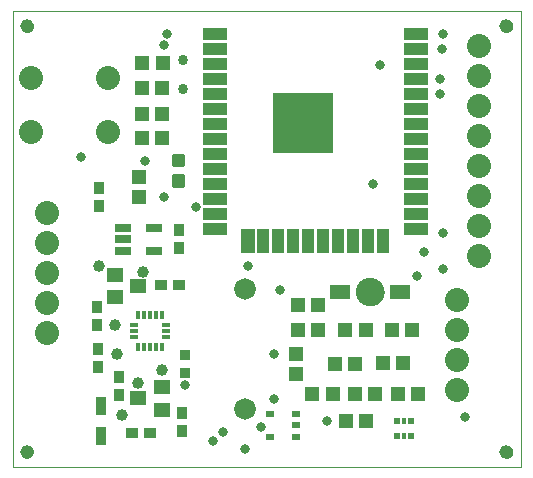
<source format=gts>
G75*
%MOIN*%
%OFA0B0*%
%FSLAX25Y25*%
%IPPOS*%
%LPD*%
%AMOC8*
5,1,8,0,0,1.08239X$1,22.5*
%
%ADD10C,0.00000*%
%ADD11C,0.04537*%
%ADD12R,0.04931X0.04537*%
%ADD13R,0.08474X0.04143*%
%ADD14R,0.04537X0.08474*%
%ADD15R,0.04143X0.08474*%
%ADD16R,0.20285X0.20285*%
%ADD17C,0.08000*%
%ADD18R,0.04537X0.04931*%
%ADD19C,0.07200*%
%ADD20R,0.02175X0.02175*%
%ADD21R,0.01387X0.02175*%
%ADD22R,0.02900X0.02300*%
%ADD23C,0.09458*%
%ADD24R,0.06506X0.04537*%
%ADD25R,0.01584X0.02569*%
%ADD26R,0.02569X0.01584*%
%ADD27R,0.03750X0.03750*%
%ADD28R,0.03750X0.04143*%
%ADD29R,0.03750X0.05915*%
%ADD30R,0.04143X0.03750*%
%ADD31R,0.05324X0.04537*%
%ADD32R,0.05324X0.02765*%
%ADD33C,0.01769*%
%ADD34C,0.03300*%
%ADD35C,0.03969*%
%ADD36C,0.03378*%
D10*
X0001006Y0001006D02*
X0001006Y0152778D01*
X0170298Y0152778D01*
X0170298Y0001006D01*
X0001006Y0001006D01*
X0003762Y0005928D02*
X0003764Y0006016D01*
X0003770Y0006104D01*
X0003780Y0006192D01*
X0003794Y0006280D01*
X0003811Y0006366D01*
X0003833Y0006452D01*
X0003858Y0006536D01*
X0003888Y0006620D01*
X0003920Y0006702D01*
X0003957Y0006782D01*
X0003997Y0006861D01*
X0004041Y0006938D01*
X0004088Y0007013D01*
X0004138Y0007085D01*
X0004192Y0007156D01*
X0004248Y0007223D01*
X0004308Y0007289D01*
X0004370Y0007351D01*
X0004436Y0007411D01*
X0004503Y0007467D01*
X0004574Y0007521D01*
X0004646Y0007571D01*
X0004721Y0007618D01*
X0004798Y0007662D01*
X0004877Y0007702D01*
X0004957Y0007739D01*
X0005039Y0007771D01*
X0005123Y0007801D01*
X0005207Y0007826D01*
X0005293Y0007848D01*
X0005379Y0007865D01*
X0005467Y0007879D01*
X0005555Y0007889D01*
X0005643Y0007895D01*
X0005731Y0007897D01*
X0005819Y0007895D01*
X0005907Y0007889D01*
X0005995Y0007879D01*
X0006083Y0007865D01*
X0006169Y0007848D01*
X0006255Y0007826D01*
X0006339Y0007801D01*
X0006423Y0007771D01*
X0006505Y0007739D01*
X0006585Y0007702D01*
X0006664Y0007662D01*
X0006741Y0007618D01*
X0006816Y0007571D01*
X0006888Y0007521D01*
X0006959Y0007467D01*
X0007026Y0007411D01*
X0007092Y0007351D01*
X0007154Y0007289D01*
X0007214Y0007223D01*
X0007270Y0007156D01*
X0007324Y0007085D01*
X0007374Y0007013D01*
X0007421Y0006938D01*
X0007465Y0006861D01*
X0007505Y0006782D01*
X0007542Y0006702D01*
X0007574Y0006620D01*
X0007604Y0006536D01*
X0007629Y0006452D01*
X0007651Y0006366D01*
X0007668Y0006280D01*
X0007682Y0006192D01*
X0007692Y0006104D01*
X0007698Y0006016D01*
X0007700Y0005928D01*
X0007698Y0005840D01*
X0007692Y0005752D01*
X0007682Y0005664D01*
X0007668Y0005576D01*
X0007651Y0005490D01*
X0007629Y0005404D01*
X0007604Y0005320D01*
X0007574Y0005236D01*
X0007542Y0005154D01*
X0007505Y0005074D01*
X0007465Y0004995D01*
X0007421Y0004918D01*
X0007374Y0004843D01*
X0007324Y0004771D01*
X0007270Y0004700D01*
X0007214Y0004633D01*
X0007154Y0004567D01*
X0007092Y0004505D01*
X0007026Y0004445D01*
X0006959Y0004389D01*
X0006888Y0004335D01*
X0006816Y0004285D01*
X0006741Y0004238D01*
X0006664Y0004194D01*
X0006585Y0004154D01*
X0006505Y0004117D01*
X0006423Y0004085D01*
X0006339Y0004055D01*
X0006255Y0004030D01*
X0006169Y0004008D01*
X0006083Y0003991D01*
X0005995Y0003977D01*
X0005907Y0003967D01*
X0005819Y0003961D01*
X0005731Y0003959D01*
X0005643Y0003961D01*
X0005555Y0003967D01*
X0005467Y0003977D01*
X0005379Y0003991D01*
X0005293Y0004008D01*
X0005207Y0004030D01*
X0005123Y0004055D01*
X0005039Y0004085D01*
X0004957Y0004117D01*
X0004877Y0004154D01*
X0004798Y0004194D01*
X0004721Y0004238D01*
X0004646Y0004285D01*
X0004574Y0004335D01*
X0004503Y0004389D01*
X0004436Y0004445D01*
X0004370Y0004505D01*
X0004308Y0004567D01*
X0004248Y0004633D01*
X0004192Y0004700D01*
X0004138Y0004771D01*
X0004088Y0004843D01*
X0004041Y0004918D01*
X0003997Y0004995D01*
X0003957Y0005074D01*
X0003920Y0005154D01*
X0003888Y0005236D01*
X0003858Y0005320D01*
X0003833Y0005404D01*
X0003811Y0005490D01*
X0003794Y0005576D01*
X0003780Y0005664D01*
X0003770Y0005752D01*
X0003764Y0005840D01*
X0003762Y0005928D01*
X0115769Y0059273D02*
X0115771Y0059405D01*
X0115777Y0059538D01*
X0115787Y0059670D01*
X0115801Y0059802D01*
X0115818Y0059933D01*
X0115840Y0060064D01*
X0115866Y0060194D01*
X0115895Y0060323D01*
X0115929Y0060451D01*
X0115966Y0060578D01*
X0116007Y0060704D01*
X0116051Y0060829D01*
X0116100Y0060953D01*
X0116152Y0061074D01*
X0116208Y0061195D01*
X0116267Y0061313D01*
X0116330Y0061430D01*
X0116396Y0061545D01*
X0116466Y0061657D01*
X0116539Y0061768D01*
X0116615Y0061876D01*
X0116694Y0061982D01*
X0116777Y0062086D01*
X0116863Y0062187D01*
X0116951Y0062285D01*
X0117043Y0062381D01*
X0117137Y0062474D01*
X0117234Y0062564D01*
X0117334Y0062652D01*
X0117437Y0062736D01*
X0117541Y0062817D01*
X0117649Y0062895D01*
X0117758Y0062969D01*
X0117870Y0063041D01*
X0117984Y0063109D01*
X0118099Y0063173D01*
X0118217Y0063234D01*
X0118336Y0063292D01*
X0118457Y0063346D01*
X0118580Y0063396D01*
X0118704Y0063442D01*
X0118829Y0063485D01*
X0118956Y0063524D01*
X0119084Y0063560D01*
X0119212Y0063591D01*
X0119342Y0063619D01*
X0119472Y0063642D01*
X0119603Y0063662D01*
X0119735Y0063678D01*
X0119867Y0063690D01*
X0119999Y0063698D01*
X0120132Y0063702D01*
X0120264Y0063702D01*
X0120397Y0063698D01*
X0120529Y0063690D01*
X0120661Y0063678D01*
X0120793Y0063662D01*
X0120924Y0063642D01*
X0121054Y0063619D01*
X0121184Y0063591D01*
X0121312Y0063560D01*
X0121440Y0063524D01*
X0121567Y0063485D01*
X0121692Y0063442D01*
X0121816Y0063396D01*
X0121939Y0063346D01*
X0122060Y0063292D01*
X0122179Y0063234D01*
X0122297Y0063173D01*
X0122413Y0063109D01*
X0122526Y0063041D01*
X0122638Y0062969D01*
X0122747Y0062895D01*
X0122855Y0062817D01*
X0122959Y0062736D01*
X0123062Y0062652D01*
X0123162Y0062564D01*
X0123259Y0062474D01*
X0123353Y0062381D01*
X0123445Y0062285D01*
X0123533Y0062187D01*
X0123619Y0062086D01*
X0123702Y0061982D01*
X0123781Y0061876D01*
X0123857Y0061768D01*
X0123930Y0061657D01*
X0124000Y0061545D01*
X0124066Y0061430D01*
X0124129Y0061313D01*
X0124188Y0061195D01*
X0124244Y0061074D01*
X0124296Y0060953D01*
X0124345Y0060829D01*
X0124389Y0060704D01*
X0124430Y0060578D01*
X0124467Y0060451D01*
X0124501Y0060323D01*
X0124530Y0060194D01*
X0124556Y0060064D01*
X0124578Y0059933D01*
X0124595Y0059802D01*
X0124609Y0059670D01*
X0124619Y0059538D01*
X0124625Y0059405D01*
X0124627Y0059273D01*
X0124625Y0059141D01*
X0124619Y0059008D01*
X0124609Y0058876D01*
X0124595Y0058744D01*
X0124578Y0058613D01*
X0124556Y0058482D01*
X0124530Y0058352D01*
X0124501Y0058223D01*
X0124467Y0058095D01*
X0124430Y0057968D01*
X0124389Y0057842D01*
X0124345Y0057717D01*
X0124296Y0057593D01*
X0124244Y0057472D01*
X0124188Y0057351D01*
X0124129Y0057233D01*
X0124066Y0057116D01*
X0124000Y0057001D01*
X0123930Y0056889D01*
X0123857Y0056778D01*
X0123781Y0056670D01*
X0123702Y0056564D01*
X0123619Y0056460D01*
X0123533Y0056359D01*
X0123445Y0056261D01*
X0123353Y0056165D01*
X0123259Y0056072D01*
X0123162Y0055982D01*
X0123062Y0055894D01*
X0122959Y0055810D01*
X0122855Y0055729D01*
X0122747Y0055651D01*
X0122638Y0055577D01*
X0122526Y0055505D01*
X0122412Y0055437D01*
X0122297Y0055373D01*
X0122179Y0055312D01*
X0122060Y0055254D01*
X0121939Y0055200D01*
X0121816Y0055150D01*
X0121692Y0055104D01*
X0121567Y0055061D01*
X0121440Y0055022D01*
X0121312Y0054986D01*
X0121184Y0054955D01*
X0121054Y0054927D01*
X0120924Y0054904D01*
X0120793Y0054884D01*
X0120661Y0054868D01*
X0120529Y0054856D01*
X0120397Y0054848D01*
X0120264Y0054844D01*
X0120132Y0054844D01*
X0119999Y0054848D01*
X0119867Y0054856D01*
X0119735Y0054868D01*
X0119603Y0054884D01*
X0119472Y0054904D01*
X0119342Y0054927D01*
X0119212Y0054955D01*
X0119084Y0054986D01*
X0118956Y0055022D01*
X0118829Y0055061D01*
X0118704Y0055104D01*
X0118580Y0055150D01*
X0118457Y0055200D01*
X0118336Y0055254D01*
X0118217Y0055312D01*
X0118099Y0055373D01*
X0117983Y0055437D01*
X0117870Y0055505D01*
X0117758Y0055577D01*
X0117649Y0055651D01*
X0117541Y0055729D01*
X0117437Y0055810D01*
X0117334Y0055894D01*
X0117234Y0055982D01*
X0117137Y0056072D01*
X0117043Y0056165D01*
X0116951Y0056261D01*
X0116863Y0056359D01*
X0116777Y0056460D01*
X0116694Y0056564D01*
X0116615Y0056670D01*
X0116539Y0056778D01*
X0116466Y0056889D01*
X0116396Y0057001D01*
X0116330Y0057116D01*
X0116267Y0057233D01*
X0116208Y0057351D01*
X0116152Y0057472D01*
X0116100Y0057593D01*
X0116051Y0057717D01*
X0116007Y0057842D01*
X0115966Y0057968D01*
X0115929Y0058095D01*
X0115895Y0058223D01*
X0115866Y0058352D01*
X0115840Y0058482D01*
X0115818Y0058613D01*
X0115801Y0058744D01*
X0115787Y0058876D01*
X0115777Y0059008D01*
X0115771Y0059141D01*
X0115769Y0059273D01*
X0163604Y0005928D02*
X0163606Y0006016D01*
X0163612Y0006104D01*
X0163622Y0006192D01*
X0163636Y0006280D01*
X0163653Y0006366D01*
X0163675Y0006452D01*
X0163700Y0006536D01*
X0163730Y0006620D01*
X0163762Y0006702D01*
X0163799Y0006782D01*
X0163839Y0006861D01*
X0163883Y0006938D01*
X0163930Y0007013D01*
X0163980Y0007085D01*
X0164034Y0007156D01*
X0164090Y0007223D01*
X0164150Y0007289D01*
X0164212Y0007351D01*
X0164278Y0007411D01*
X0164345Y0007467D01*
X0164416Y0007521D01*
X0164488Y0007571D01*
X0164563Y0007618D01*
X0164640Y0007662D01*
X0164719Y0007702D01*
X0164799Y0007739D01*
X0164881Y0007771D01*
X0164965Y0007801D01*
X0165049Y0007826D01*
X0165135Y0007848D01*
X0165221Y0007865D01*
X0165309Y0007879D01*
X0165397Y0007889D01*
X0165485Y0007895D01*
X0165573Y0007897D01*
X0165661Y0007895D01*
X0165749Y0007889D01*
X0165837Y0007879D01*
X0165925Y0007865D01*
X0166011Y0007848D01*
X0166097Y0007826D01*
X0166181Y0007801D01*
X0166265Y0007771D01*
X0166347Y0007739D01*
X0166427Y0007702D01*
X0166506Y0007662D01*
X0166583Y0007618D01*
X0166658Y0007571D01*
X0166730Y0007521D01*
X0166801Y0007467D01*
X0166868Y0007411D01*
X0166934Y0007351D01*
X0166996Y0007289D01*
X0167056Y0007223D01*
X0167112Y0007156D01*
X0167166Y0007085D01*
X0167216Y0007013D01*
X0167263Y0006938D01*
X0167307Y0006861D01*
X0167347Y0006782D01*
X0167384Y0006702D01*
X0167416Y0006620D01*
X0167446Y0006536D01*
X0167471Y0006452D01*
X0167493Y0006366D01*
X0167510Y0006280D01*
X0167524Y0006192D01*
X0167534Y0006104D01*
X0167540Y0006016D01*
X0167542Y0005928D01*
X0167540Y0005840D01*
X0167534Y0005752D01*
X0167524Y0005664D01*
X0167510Y0005576D01*
X0167493Y0005490D01*
X0167471Y0005404D01*
X0167446Y0005320D01*
X0167416Y0005236D01*
X0167384Y0005154D01*
X0167347Y0005074D01*
X0167307Y0004995D01*
X0167263Y0004918D01*
X0167216Y0004843D01*
X0167166Y0004771D01*
X0167112Y0004700D01*
X0167056Y0004633D01*
X0166996Y0004567D01*
X0166934Y0004505D01*
X0166868Y0004445D01*
X0166801Y0004389D01*
X0166730Y0004335D01*
X0166658Y0004285D01*
X0166583Y0004238D01*
X0166506Y0004194D01*
X0166427Y0004154D01*
X0166347Y0004117D01*
X0166265Y0004085D01*
X0166181Y0004055D01*
X0166097Y0004030D01*
X0166011Y0004008D01*
X0165925Y0003991D01*
X0165837Y0003977D01*
X0165749Y0003967D01*
X0165661Y0003961D01*
X0165573Y0003959D01*
X0165485Y0003961D01*
X0165397Y0003967D01*
X0165309Y0003977D01*
X0165221Y0003991D01*
X0165135Y0004008D01*
X0165049Y0004030D01*
X0164965Y0004055D01*
X0164881Y0004085D01*
X0164799Y0004117D01*
X0164719Y0004154D01*
X0164640Y0004194D01*
X0164563Y0004238D01*
X0164488Y0004285D01*
X0164416Y0004335D01*
X0164345Y0004389D01*
X0164278Y0004445D01*
X0164212Y0004505D01*
X0164150Y0004567D01*
X0164090Y0004633D01*
X0164034Y0004700D01*
X0163980Y0004771D01*
X0163930Y0004843D01*
X0163883Y0004918D01*
X0163839Y0004995D01*
X0163799Y0005074D01*
X0163762Y0005154D01*
X0163730Y0005236D01*
X0163700Y0005320D01*
X0163675Y0005404D01*
X0163653Y0005490D01*
X0163636Y0005576D01*
X0163622Y0005664D01*
X0163612Y0005752D01*
X0163606Y0005840D01*
X0163604Y0005928D01*
X0163604Y0147857D02*
X0163606Y0147945D01*
X0163612Y0148033D01*
X0163622Y0148121D01*
X0163636Y0148209D01*
X0163653Y0148295D01*
X0163675Y0148381D01*
X0163700Y0148465D01*
X0163730Y0148549D01*
X0163762Y0148631D01*
X0163799Y0148711D01*
X0163839Y0148790D01*
X0163883Y0148867D01*
X0163930Y0148942D01*
X0163980Y0149014D01*
X0164034Y0149085D01*
X0164090Y0149152D01*
X0164150Y0149218D01*
X0164212Y0149280D01*
X0164278Y0149340D01*
X0164345Y0149396D01*
X0164416Y0149450D01*
X0164488Y0149500D01*
X0164563Y0149547D01*
X0164640Y0149591D01*
X0164719Y0149631D01*
X0164799Y0149668D01*
X0164881Y0149700D01*
X0164965Y0149730D01*
X0165049Y0149755D01*
X0165135Y0149777D01*
X0165221Y0149794D01*
X0165309Y0149808D01*
X0165397Y0149818D01*
X0165485Y0149824D01*
X0165573Y0149826D01*
X0165661Y0149824D01*
X0165749Y0149818D01*
X0165837Y0149808D01*
X0165925Y0149794D01*
X0166011Y0149777D01*
X0166097Y0149755D01*
X0166181Y0149730D01*
X0166265Y0149700D01*
X0166347Y0149668D01*
X0166427Y0149631D01*
X0166506Y0149591D01*
X0166583Y0149547D01*
X0166658Y0149500D01*
X0166730Y0149450D01*
X0166801Y0149396D01*
X0166868Y0149340D01*
X0166934Y0149280D01*
X0166996Y0149218D01*
X0167056Y0149152D01*
X0167112Y0149085D01*
X0167166Y0149014D01*
X0167216Y0148942D01*
X0167263Y0148867D01*
X0167307Y0148790D01*
X0167347Y0148711D01*
X0167384Y0148631D01*
X0167416Y0148549D01*
X0167446Y0148465D01*
X0167471Y0148381D01*
X0167493Y0148295D01*
X0167510Y0148209D01*
X0167524Y0148121D01*
X0167534Y0148033D01*
X0167540Y0147945D01*
X0167542Y0147857D01*
X0167540Y0147769D01*
X0167534Y0147681D01*
X0167524Y0147593D01*
X0167510Y0147505D01*
X0167493Y0147419D01*
X0167471Y0147333D01*
X0167446Y0147249D01*
X0167416Y0147165D01*
X0167384Y0147083D01*
X0167347Y0147003D01*
X0167307Y0146924D01*
X0167263Y0146847D01*
X0167216Y0146772D01*
X0167166Y0146700D01*
X0167112Y0146629D01*
X0167056Y0146562D01*
X0166996Y0146496D01*
X0166934Y0146434D01*
X0166868Y0146374D01*
X0166801Y0146318D01*
X0166730Y0146264D01*
X0166658Y0146214D01*
X0166583Y0146167D01*
X0166506Y0146123D01*
X0166427Y0146083D01*
X0166347Y0146046D01*
X0166265Y0146014D01*
X0166181Y0145984D01*
X0166097Y0145959D01*
X0166011Y0145937D01*
X0165925Y0145920D01*
X0165837Y0145906D01*
X0165749Y0145896D01*
X0165661Y0145890D01*
X0165573Y0145888D01*
X0165485Y0145890D01*
X0165397Y0145896D01*
X0165309Y0145906D01*
X0165221Y0145920D01*
X0165135Y0145937D01*
X0165049Y0145959D01*
X0164965Y0145984D01*
X0164881Y0146014D01*
X0164799Y0146046D01*
X0164719Y0146083D01*
X0164640Y0146123D01*
X0164563Y0146167D01*
X0164488Y0146214D01*
X0164416Y0146264D01*
X0164345Y0146318D01*
X0164278Y0146374D01*
X0164212Y0146434D01*
X0164150Y0146496D01*
X0164090Y0146562D01*
X0164034Y0146629D01*
X0163980Y0146700D01*
X0163930Y0146772D01*
X0163883Y0146847D01*
X0163839Y0146924D01*
X0163799Y0147003D01*
X0163762Y0147083D01*
X0163730Y0147165D01*
X0163700Y0147249D01*
X0163675Y0147333D01*
X0163653Y0147419D01*
X0163636Y0147505D01*
X0163622Y0147593D01*
X0163612Y0147681D01*
X0163606Y0147769D01*
X0163604Y0147857D01*
X0003762Y0147857D02*
X0003764Y0147945D01*
X0003770Y0148033D01*
X0003780Y0148121D01*
X0003794Y0148209D01*
X0003811Y0148295D01*
X0003833Y0148381D01*
X0003858Y0148465D01*
X0003888Y0148549D01*
X0003920Y0148631D01*
X0003957Y0148711D01*
X0003997Y0148790D01*
X0004041Y0148867D01*
X0004088Y0148942D01*
X0004138Y0149014D01*
X0004192Y0149085D01*
X0004248Y0149152D01*
X0004308Y0149218D01*
X0004370Y0149280D01*
X0004436Y0149340D01*
X0004503Y0149396D01*
X0004574Y0149450D01*
X0004646Y0149500D01*
X0004721Y0149547D01*
X0004798Y0149591D01*
X0004877Y0149631D01*
X0004957Y0149668D01*
X0005039Y0149700D01*
X0005123Y0149730D01*
X0005207Y0149755D01*
X0005293Y0149777D01*
X0005379Y0149794D01*
X0005467Y0149808D01*
X0005555Y0149818D01*
X0005643Y0149824D01*
X0005731Y0149826D01*
X0005819Y0149824D01*
X0005907Y0149818D01*
X0005995Y0149808D01*
X0006083Y0149794D01*
X0006169Y0149777D01*
X0006255Y0149755D01*
X0006339Y0149730D01*
X0006423Y0149700D01*
X0006505Y0149668D01*
X0006585Y0149631D01*
X0006664Y0149591D01*
X0006741Y0149547D01*
X0006816Y0149500D01*
X0006888Y0149450D01*
X0006959Y0149396D01*
X0007026Y0149340D01*
X0007092Y0149280D01*
X0007154Y0149218D01*
X0007214Y0149152D01*
X0007270Y0149085D01*
X0007324Y0149014D01*
X0007374Y0148942D01*
X0007421Y0148867D01*
X0007465Y0148790D01*
X0007505Y0148711D01*
X0007542Y0148631D01*
X0007574Y0148549D01*
X0007604Y0148465D01*
X0007629Y0148381D01*
X0007651Y0148295D01*
X0007668Y0148209D01*
X0007682Y0148121D01*
X0007692Y0148033D01*
X0007698Y0147945D01*
X0007700Y0147857D01*
X0007698Y0147769D01*
X0007692Y0147681D01*
X0007682Y0147593D01*
X0007668Y0147505D01*
X0007651Y0147419D01*
X0007629Y0147333D01*
X0007604Y0147249D01*
X0007574Y0147165D01*
X0007542Y0147083D01*
X0007505Y0147003D01*
X0007465Y0146924D01*
X0007421Y0146847D01*
X0007374Y0146772D01*
X0007324Y0146700D01*
X0007270Y0146629D01*
X0007214Y0146562D01*
X0007154Y0146496D01*
X0007092Y0146434D01*
X0007026Y0146374D01*
X0006959Y0146318D01*
X0006888Y0146264D01*
X0006816Y0146214D01*
X0006741Y0146167D01*
X0006664Y0146123D01*
X0006585Y0146083D01*
X0006505Y0146046D01*
X0006423Y0146014D01*
X0006339Y0145984D01*
X0006255Y0145959D01*
X0006169Y0145937D01*
X0006083Y0145920D01*
X0005995Y0145906D01*
X0005907Y0145896D01*
X0005819Y0145890D01*
X0005731Y0145888D01*
X0005643Y0145890D01*
X0005555Y0145896D01*
X0005467Y0145906D01*
X0005379Y0145920D01*
X0005293Y0145937D01*
X0005207Y0145959D01*
X0005123Y0145984D01*
X0005039Y0146014D01*
X0004957Y0146046D01*
X0004877Y0146083D01*
X0004798Y0146123D01*
X0004721Y0146167D01*
X0004646Y0146214D01*
X0004574Y0146264D01*
X0004503Y0146318D01*
X0004436Y0146374D01*
X0004370Y0146434D01*
X0004308Y0146496D01*
X0004248Y0146562D01*
X0004192Y0146629D01*
X0004138Y0146700D01*
X0004088Y0146772D01*
X0004041Y0146847D01*
X0003997Y0146924D01*
X0003957Y0147003D01*
X0003920Y0147083D01*
X0003888Y0147165D01*
X0003858Y0147249D01*
X0003833Y0147333D01*
X0003811Y0147419D01*
X0003794Y0147505D01*
X0003780Y0147593D01*
X0003770Y0147681D01*
X0003764Y0147769D01*
X0003762Y0147857D01*
D11*
X0005731Y0147857D03*
X0005731Y0005928D03*
X0165573Y0005928D03*
X0165573Y0147857D03*
D12*
X0102750Y0054791D03*
X0096057Y0054791D03*
X0096083Y0046704D03*
X0102776Y0046704D03*
X0111920Y0046667D03*
X0118613Y0046667D03*
X0127420Y0046667D03*
X0134113Y0046667D03*
X0131101Y0035435D03*
X0124408Y0035435D03*
X0115050Y0035335D03*
X0108357Y0035335D03*
X0107606Y0025217D03*
X0100913Y0025217D03*
X0111957Y0016291D03*
X0118650Y0016291D03*
X0121713Y0025217D03*
X0115020Y0025217D03*
X0129526Y0025217D03*
X0136219Y0025217D03*
X0050770Y0110479D03*
X0044077Y0110479D03*
X0044105Y0118601D03*
X0050798Y0118601D03*
X0050719Y0127313D03*
X0044026Y0127313D03*
X0044246Y0135672D03*
X0050939Y0135672D03*
D13*
X0068380Y0135187D03*
X0068380Y0130187D03*
X0068380Y0125187D03*
X0068380Y0120187D03*
X0068380Y0115187D03*
X0068380Y0110187D03*
X0068380Y0105187D03*
X0068380Y0100187D03*
X0068380Y0095187D03*
X0068380Y0090187D03*
X0068380Y0085187D03*
X0068380Y0080187D03*
X0068380Y0140187D03*
X0068380Y0145187D03*
X0135309Y0145187D03*
X0135309Y0140187D03*
X0135309Y0135187D03*
X0135309Y0130187D03*
X0135309Y0125187D03*
X0135309Y0120187D03*
X0135309Y0115187D03*
X0135309Y0110187D03*
X0135309Y0105187D03*
X0135309Y0100187D03*
X0135309Y0095187D03*
X0135309Y0090187D03*
X0135309Y0085187D03*
X0135309Y0080187D03*
D14*
X0079345Y0076250D03*
D15*
X0084345Y0076250D03*
X0089345Y0076250D03*
X0094345Y0076250D03*
X0099345Y0076250D03*
X0104345Y0076250D03*
X0109345Y0076250D03*
X0114345Y0076250D03*
X0119345Y0076250D03*
X0124345Y0076250D03*
D16*
X0097908Y0115660D03*
D17*
X0149235Y0056400D03*
X0149235Y0046400D03*
X0149235Y0036400D03*
X0149235Y0026400D03*
X0156321Y0071282D03*
X0156321Y0081282D03*
X0156321Y0091282D03*
X0156321Y0101282D03*
X0156321Y0111282D03*
X0156321Y0121282D03*
X0156321Y0131282D03*
X0156321Y0141282D03*
X0032704Y0130379D03*
X0032704Y0112579D03*
X0007104Y0112579D03*
X0007104Y0130379D03*
X0012424Y0085652D03*
X0012424Y0075652D03*
X0012424Y0065652D03*
X0012424Y0055652D03*
X0012424Y0045652D03*
D18*
X0043132Y0090967D03*
X0043132Y0097660D03*
X0095503Y0038538D03*
X0095503Y0031845D03*
D19*
X0078303Y0020091D03*
X0078303Y0060091D03*
D20*
X0128941Y0016350D03*
X0128941Y0011232D03*
X0133665Y0011232D03*
X0133665Y0016350D03*
D21*
X0131303Y0016350D03*
X0131303Y0011232D03*
D22*
X0095453Y0011041D03*
X0095453Y0014741D03*
X0095453Y0018541D03*
X0086753Y0018541D03*
X0086753Y0011041D03*
D23*
X0120198Y0059273D03*
D24*
X0130139Y0059273D03*
X0110257Y0059273D03*
D25*
X0050798Y0051557D03*
X0048829Y0051557D03*
X0046861Y0051557D03*
X0044892Y0051557D03*
X0042924Y0051557D03*
X0042924Y0040928D03*
X0044892Y0040928D03*
X0046861Y0040928D03*
X0048829Y0040928D03*
X0050798Y0040928D03*
D26*
X0052176Y0044274D03*
X0052176Y0046243D03*
X0052176Y0048211D03*
X0041546Y0048211D03*
X0041546Y0046243D03*
X0041546Y0044274D03*
D27*
X0058361Y0038243D03*
X0058361Y0032243D03*
D28*
X0057361Y0018743D03*
X0057361Y0012743D03*
X0036361Y0024743D03*
X0036361Y0030743D03*
X0029361Y0034243D03*
X0029361Y0040243D03*
X0029254Y0048243D03*
X0029254Y0054243D03*
X0056361Y0073743D03*
X0056361Y0079743D03*
X0029861Y0087916D03*
X0029861Y0093916D03*
D29*
X0030361Y0021243D03*
X0030361Y0011243D03*
D30*
X0040861Y0012243D03*
X0046861Y0012243D03*
X0050361Y0061636D03*
X0056361Y0061636D03*
D31*
X0042904Y0061243D03*
X0035030Y0064983D03*
X0035030Y0057502D03*
X0050798Y0027483D03*
X0050798Y0020002D03*
X0042924Y0023743D03*
D32*
X0047979Y0073002D03*
X0047979Y0080483D03*
X0037742Y0080483D03*
X0037742Y0076743D03*
X0037742Y0073002D03*
D33*
X0054740Y0097756D02*
X0057508Y0097756D01*
X0057508Y0094988D01*
X0054740Y0094988D01*
X0054740Y0097756D01*
X0054740Y0096669D02*
X0057508Y0096669D01*
X0057508Y0104662D02*
X0054740Y0104662D01*
X0057508Y0104662D02*
X0057508Y0101894D01*
X0054740Y0101894D01*
X0054740Y0104662D01*
X0054740Y0103575D02*
X0057508Y0103575D01*
D34*
X0045101Y0102975D03*
X0051400Y0090770D03*
X0062030Y0087620D03*
X0079353Y0067935D03*
X0089983Y0059865D03*
X0088014Y0038408D03*
X0088014Y0023644D03*
X0083683Y0014195D03*
X0078369Y0006912D03*
X0071085Y0012620D03*
X0067935Y0009471D03*
X0058487Y0028172D03*
X0105928Y0016164D03*
X0135652Y0064392D03*
X0138211Y0072463D03*
X0144510Y0066951D03*
X0144510Y0078762D03*
X0121085Y0095101D03*
X0143526Y0125219D03*
X0143329Y0130140D03*
X0144117Y0140180D03*
X0144313Y0145298D03*
X0123447Y0134865D03*
X0052581Y0145101D03*
X0051400Y0141557D03*
X0023841Y0104156D03*
X0151794Y0017542D03*
D35*
X0050861Y0033243D03*
X0042861Y0028743D03*
X0035786Y0038593D03*
X0034967Y0048061D03*
X0044557Y0065955D03*
X0029648Y0068030D03*
X0037361Y0018243D03*
D36*
X0057896Y0126794D03*
X0057896Y0136636D03*
M02*

</source>
